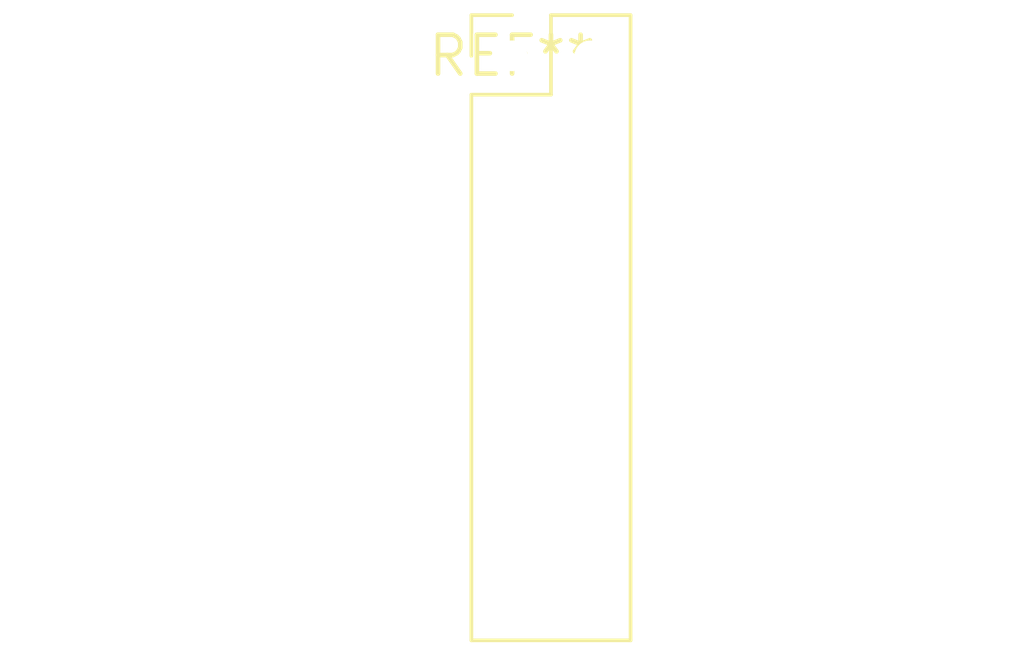
<source format=kicad_pcb>
(kicad_pcb (version 20240108) (generator pcbnew)
  (layers (0 "F.Cu" signal) (31 "B.Cu" signal) (34 "B.Paste" user) (35 "F.Paste" user) (36 "B.SilkS" user "B.Silkscreen") (37 "F.SilkS" user "F.Silkscreen") (38 "B.Mask" user) (39 "F.Mask" user) (44 "Edge.Cuts" user))
  (net 0 "")
  (footprint "PinHeader_2x08_P2.54mm_Vertical" (layer "F.Cu") (at 0 0)
    (property "Reference" "REF**")
    (property "Value" "PinHeader_2x08_P2.54mm_Vertical")
    (fp_line (start -1.33 -1.33) (end 0 -1.33) (layer "F.SilkS") (stroke (width 0.12)))
    (fp_line (start -1.33 0) (end -1.33 -1.33) (layer "F.SilkS") (stroke (width 0.12)))
    (fp_line (start -1.33 1.27) (end -1.33 19.11) (layer "F.SilkS") (stroke (width 0.12)))
    (fp_line (start -1.33 1.27) (end 1.27 1.27) (layer "F.SilkS") (stroke (width 0.12)))
    (fp_line (start -1.33 19.11) (end 3.87 19.11) (layer "F.SilkS") (stroke (width 0.12)))
    (fp_line (start 1.27 -1.33) (end 3.87 -1.33) (layer "F.SilkS") (stroke (width 0.12)))
    (fp_line (start 1.27 1.27) (end 1.27 -1.33) (layer "F.SilkS") (stroke (width 0.12)))
    (fp_line (start 3.87 -1.33) (end 3.87 19.11) (layer "F.SilkS") (stroke (width 0.12)))
    (pad "1" thru_hole rect (at 0 0) (size 1.7 1.7) (drill 1) (layers *.Cu *.Mask) (remove_unused_layers))
    (pad "2" thru_hole oval (at 2.54 0) (size 1.7 1.7) (drill 1) (layers *.Cu *.Mask) (remove_unused_layers))
    (pad "3" thru_hole oval (at 0 2.54) (size 1.7 1.7) (drill 1) (layers *.Cu *.Mask) (remove_unused_layers))
    (pad "4" thru_hole oval (at 2.54 2.54) (size 1.7 1.7) (drill 1) (layers *.Cu *.Mask) (remove_unused_layers))
    (pad "5" thru_hole oval (at 0 5.08) (size 1.7 1.7) (drill 1) (layers *.Cu *.Mask) (remove_unused_layers))
    (pad "6" thru_hole oval (at 2.54 5.08) (size 1.7 1.7) (drill 1) (layers *.Cu *.Mask) (remove_unused_layers))
    (pad "7" thru_hole oval (at 0 7.62) (size 1.7 1.7) (drill 1) (layers *.Cu *.Mask) (remove_unused_layers))
    (pad "8" thru_hole oval (at 2.54 7.62) (size 1.7 1.7) (drill 1) (layers *.Cu *.Mask) (remove_unused_layers))
    (pad "9" thru_hole oval (at 0 10.16) (size 1.7 1.7) (drill 1) (layers *.Cu *.Mask) (remove_unused_layers))
    (pad "10" thru_hole oval (at 2.54 10.16) (size 1.7 1.7) (drill 1) (layers *.Cu *.Mask) (remove_unused_layers))
    (pad "11" thru_hole oval (at 0 12.7) (size 1.7 1.7) (drill 1) (layers *.Cu *.Mask) (remove_unused_layers))
    (pad "12" thru_hole oval (at 2.54 12.7) (size 1.7 1.7) (drill 1) (layers *.Cu *.Mask) (remove_unused_layers))
    (pad "13" thru_hole oval (at 0 15.24) (size 1.7 1.7) (drill 1) (layers *.Cu *.Mask) (remove_unused_layers))
    (pad "14" thru_hole oval (at 2.54 15.24) (size 1.7 1.7) (drill 1) (layers *.Cu *.Mask) (remove_unused_layers))
    (pad "15" thru_hole oval (at 0 17.78) (size 1.7 1.7) (drill 1) (layers *.Cu *.Mask) (remove_unused_layers))
    (pad "16" thru_hole oval (at 2.54 17.78) (size 1.7 1.7) (drill 1) (layers *.Cu *.Mask) (remove_unused_layers))
  )
)
</source>
